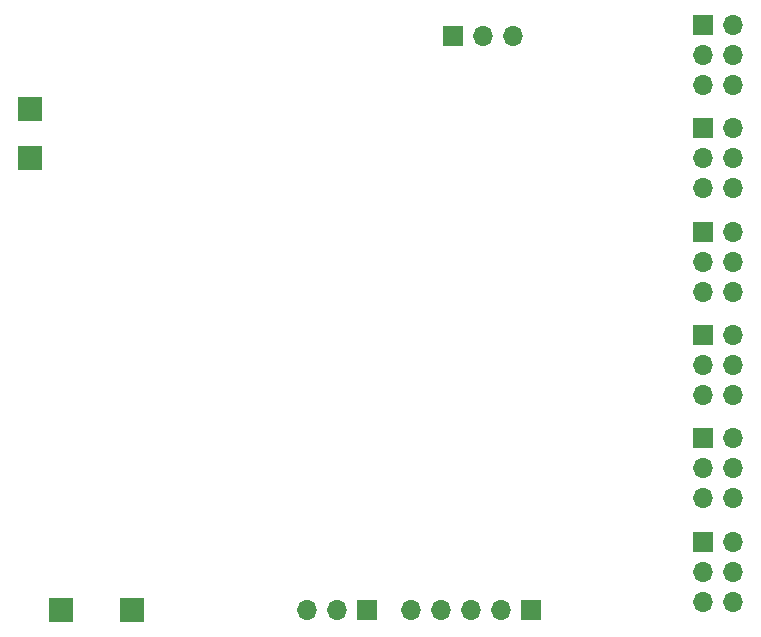
<source format=gbr>
%TF.GenerationSoftware,KiCad,Pcbnew,8.0.7*%
%TF.CreationDate,2025-01-12T17:23:01+01:00*%
%TF.ProjectId,MermaidControlUnit,4d65726d-6169-4644-936f-6e74726f6c55,rev?*%
%TF.SameCoordinates,PXb2564c0PY59d60c0*%
%TF.FileFunction,Soldermask,Bot*%
%TF.FilePolarity,Negative*%
%FSLAX46Y46*%
G04 Gerber Fmt 4.6, Leading zero omitted, Abs format (unit mm)*
G04 Created by KiCad (PCBNEW 8.0.7) date 2025-01-12 17:23:01*
%MOMM*%
%LPD*%
G01*
G04 APERTURE LIST*
%ADD10R,2.000000X2.000000*%
%ADD11R,1.700000X1.700000*%
%ADD12O,1.700000X1.700000*%
G04 APERTURE END LIST*
D10*
%TO.C,J4*%
X17000000Y10200000D03*
%TD*%
D11*
%TO.C,J6*%
X65350000Y59725000D03*
D12*
X67890000Y59725000D03*
X65350000Y57185000D03*
X67890000Y57185000D03*
X65350000Y54645000D03*
X67890000Y54645000D03*
%TD*%
D11*
%TO.C,J11*%
X65350000Y15975000D03*
D12*
X67890000Y15975000D03*
X65350000Y13435000D03*
X67890000Y13435000D03*
X65350000Y10895000D03*
X67890000Y10895000D03*
%TD*%
D11*
%TO.C,J2*%
X36925000Y10175000D03*
D12*
X34385000Y10175000D03*
X31845000Y10175000D03*
%TD*%
D11*
%TO.C,J3*%
X44175000Y58825000D03*
D12*
X46715000Y58825000D03*
X49255000Y58825000D03*
%TD*%
D11*
%TO.C,J10*%
X65350000Y42225000D03*
D12*
X67890000Y42225000D03*
X65350000Y39685000D03*
X67890000Y39685000D03*
X65350000Y37145000D03*
X67890000Y37145000D03*
%TD*%
D10*
%TO.C,J12*%
X8350000Y48500000D03*
%TD*%
D11*
%TO.C,J8*%
X65350000Y50975000D03*
D12*
X67890000Y50975000D03*
X65350000Y48435000D03*
X67890000Y48435000D03*
X65350000Y45895000D03*
X67890000Y45895000D03*
%TD*%
D11*
%TO.C,J7*%
X65350000Y33475000D03*
D12*
X67890000Y33475000D03*
X65350000Y30935000D03*
X67890000Y30935000D03*
X65350000Y28395000D03*
X67890000Y28395000D03*
%TD*%
D10*
%TO.C,J13*%
X8350000Y52600000D03*
%TD*%
%TO.C,J5*%
X11000000Y10200000D03*
%TD*%
D11*
%TO.C,J1*%
X50775000Y10175000D03*
D12*
X48235000Y10175000D03*
X45695000Y10175000D03*
X43155000Y10175000D03*
X40615000Y10175000D03*
%TD*%
D11*
%TO.C,J9*%
X65350000Y24725000D03*
D12*
X67890000Y24725000D03*
X65350000Y22185000D03*
X67890000Y22185000D03*
X65350000Y19645000D03*
X67890000Y19645000D03*
%TD*%
M02*

</source>
